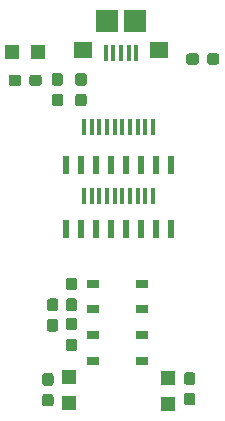
<source format=gbr>
G04 #@! TF.GenerationSoftware,KiCad,Pcbnew,(5.0.0)*
G04 #@! TF.CreationDate,2020-05-05T15:14:54+01:00*
G04 #@! TF.ProjectId,CH552-USB-Devboard,43483535322D5553422D446576626F61,rev?*
G04 #@! TF.SameCoordinates,Original*
G04 #@! TF.FileFunction,Paste,Top*
G04 #@! TF.FilePolarity,Positive*
%FSLAX46Y46*%
G04 Gerber Fmt 4.6, Leading zero omitted, Abs format (unit mm)*
G04 Created by KiCad (PCBNEW (5.0.0)) date 05/05/20 15:14:54*
%MOMM*%
%LPD*%
G01*
G04 APERTURE LIST*
%ADD10R,1.050000X0.650000*%
%ADD11R,0.400000X1.350000*%
%ADD12R,1.600000X1.400000*%
%ADD13R,1.900000X1.900000*%
%ADD14C,0.100000*%
%ADD15C,0.950000*%
%ADD16R,0.600000X1.500000*%
%ADD17R,0.450000X1.450000*%
%ADD18R,1.200000X1.200000*%
G04 APERTURE END LIST*
D10*
G04 #@! TO.C,SW2*
X83050000Y-90050000D03*
X87200000Y-90050000D03*
X83050000Y-92200000D03*
X87200000Y-92200000D03*
G04 #@! TD*
G04 #@! TO.C,SW1*
X83000000Y-94400000D03*
X87150000Y-94400000D03*
X83000000Y-96550000D03*
X87150000Y-96550000D03*
G04 #@! TD*
D11*
G04 #@! TO.C,J3*
X85400000Y-70475000D03*
X84750000Y-70475000D03*
X84100000Y-70475000D03*
X86050000Y-70475000D03*
X86700000Y-70475000D03*
D12*
X88600000Y-70250000D03*
X82200000Y-70250000D03*
D13*
X86600000Y-67800000D03*
X84200000Y-67800000D03*
G04 #@! TD*
D14*
G04 #@! TO.C,C1*
G36*
X82260779Y-72201144D02*
X82283834Y-72204563D01*
X82306443Y-72210227D01*
X82328387Y-72218079D01*
X82349457Y-72228044D01*
X82369448Y-72240026D01*
X82388168Y-72253910D01*
X82405438Y-72269562D01*
X82421090Y-72286832D01*
X82434974Y-72305552D01*
X82446956Y-72325543D01*
X82456921Y-72346613D01*
X82464773Y-72368557D01*
X82470437Y-72391166D01*
X82473856Y-72414221D01*
X82475000Y-72437500D01*
X82475000Y-73012500D01*
X82473856Y-73035779D01*
X82470437Y-73058834D01*
X82464773Y-73081443D01*
X82456921Y-73103387D01*
X82446956Y-73124457D01*
X82434974Y-73144448D01*
X82421090Y-73163168D01*
X82405438Y-73180438D01*
X82388168Y-73196090D01*
X82369448Y-73209974D01*
X82349457Y-73221956D01*
X82328387Y-73231921D01*
X82306443Y-73239773D01*
X82283834Y-73245437D01*
X82260779Y-73248856D01*
X82237500Y-73250000D01*
X81762500Y-73250000D01*
X81739221Y-73248856D01*
X81716166Y-73245437D01*
X81693557Y-73239773D01*
X81671613Y-73231921D01*
X81650543Y-73221956D01*
X81630552Y-73209974D01*
X81611832Y-73196090D01*
X81594562Y-73180438D01*
X81578910Y-73163168D01*
X81565026Y-73144448D01*
X81553044Y-73124457D01*
X81543079Y-73103387D01*
X81535227Y-73081443D01*
X81529563Y-73058834D01*
X81526144Y-73035779D01*
X81525000Y-73012500D01*
X81525000Y-72437500D01*
X81526144Y-72414221D01*
X81529563Y-72391166D01*
X81535227Y-72368557D01*
X81543079Y-72346613D01*
X81553044Y-72325543D01*
X81565026Y-72305552D01*
X81578910Y-72286832D01*
X81594562Y-72269562D01*
X81611832Y-72253910D01*
X81630552Y-72240026D01*
X81650543Y-72228044D01*
X81671613Y-72218079D01*
X81693557Y-72210227D01*
X81716166Y-72204563D01*
X81739221Y-72201144D01*
X81762500Y-72200000D01*
X82237500Y-72200000D01*
X82260779Y-72201144D01*
X82260779Y-72201144D01*
G37*
D15*
X82000000Y-72725000D03*
D14*
G36*
X82260779Y-73951144D02*
X82283834Y-73954563D01*
X82306443Y-73960227D01*
X82328387Y-73968079D01*
X82349457Y-73978044D01*
X82369448Y-73990026D01*
X82388168Y-74003910D01*
X82405438Y-74019562D01*
X82421090Y-74036832D01*
X82434974Y-74055552D01*
X82446956Y-74075543D01*
X82456921Y-74096613D01*
X82464773Y-74118557D01*
X82470437Y-74141166D01*
X82473856Y-74164221D01*
X82475000Y-74187500D01*
X82475000Y-74762500D01*
X82473856Y-74785779D01*
X82470437Y-74808834D01*
X82464773Y-74831443D01*
X82456921Y-74853387D01*
X82446956Y-74874457D01*
X82434974Y-74894448D01*
X82421090Y-74913168D01*
X82405438Y-74930438D01*
X82388168Y-74946090D01*
X82369448Y-74959974D01*
X82349457Y-74971956D01*
X82328387Y-74981921D01*
X82306443Y-74989773D01*
X82283834Y-74995437D01*
X82260779Y-74998856D01*
X82237500Y-75000000D01*
X81762500Y-75000000D01*
X81739221Y-74998856D01*
X81716166Y-74995437D01*
X81693557Y-74989773D01*
X81671613Y-74981921D01*
X81650543Y-74971956D01*
X81630552Y-74959974D01*
X81611832Y-74946090D01*
X81594562Y-74930438D01*
X81578910Y-74913168D01*
X81565026Y-74894448D01*
X81553044Y-74874457D01*
X81543079Y-74853387D01*
X81535227Y-74831443D01*
X81529563Y-74808834D01*
X81526144Y-74785779D01*
X81525000Y-74762500D01*
X81525000Y-74187500D01*
X81526144Y-74164221D01*
X81529563Y-74141166D01*
X81535227Y-74118557D01*
X81543079Y-74096613D01*
X81553044Y-74075543D01*
X81565026Y-74055552D01*
X81578910Y-74036832D01*
X81594562Y-74019562D01*
X81611832Y-74003910D01*
X81630552Y-73990026D01*
X81650543Y-73978044D01*
X81671613Y-73968079D01*
X81693557Y-73960227D01*
X81716166Y-73954563D01*
X81739221Y-73951144D01*
X81762500Y-73950000D01*
X82237500Y-73950000D01*
X82260779Y-73951144D01*
X82260779Y-73951144D01*
G37*
D15*
X82000000Y-74475000D03*
G04 #@! TD*
D14*
G04 #@! TO.C,C2*
G36*
X80260779Y-73951144D02*
X80283834Y-73954563D01*
X80306443Y-73960227D01*
X80328387Y-73968079D01*
X80349457Y-73978044D01*
X80369448Y-73990026D01*
X80388168Y-74003910D01*
X80405438Y-74019562D01*
X80421090Y-74036832D01*
X80434974Y-74055552D01*
X80446956Y-74075543D01*
X80456921Y-74096613D01*
X80464773Y-74118557D01*
X80470437Y-74141166D01*
X80473856Y-74164221D01*
X80475000Y-74187500D01*
X80475000Y-74762500D01*
X80473856Y-74785779D01*
X80470437Y-74808834D01*
X80464773Y-74831443D01*
X80456921Y-74853387D01*
X80446956Y-74874457D01*
X80434974Y-74894448D01*
X80421090Y-74913168D01*
X80405438Y-74930438D01*
X80388168Y-74946090D01*
X80369448Y-74959974D01*
X80349457Y-74971956D01*
X80328387Y-74981921D01*
X80306443Y-74989773D01*
X80283834Y-74995437D01*
X80260779Y-74998856D01*
X80237500Y-75000000D01*
X79762500Y-75000000D01*
X79739221Y-74998856D01*
X79716166Y-74995437D01*
X79693557Y-74989773D01*
X79671613Y-74981921D01*
X79650543Y-74971956D01*
X79630552Y-74959974D01*
X79611832Y-74946090D01*
X79594562Y-74930438D01*
X79578910Y-74913168D01*
X79565026Y-74894448D01*
X79553044Y-74874457D01*
X79543079Y-74853387D01*
X79535227Y-74831443D01*
X79529563Y-74808834D01*
X79526144Y-74785779D01*
X79525000Y-74762500D01*
X79525000Y-74187500D01*
X79526144Y-74164221D01*
X79529563Y-74141166D01*
X79535227Y-74118557D01*
X79543079Y-74096613D01*
X79553044Y-74075543D01*
X79565026Y-74055552D01*
X79578910Y-74036832D01*
X79594562Y-74019562D01*
X79611832Y-74003910D01*
X79630552Y-73990026D01*
X79650543Y-73978044D01*
X79671613Y-73968079D01*
X79693557Y-73960227D01*
X79716166Y-73954563D01*
X79739221Y-73951144D01*
X79762500Y-73950000D01*
X80237500Y-73950000D01*
X80260779Y-73951144D01*
X80260779Y-73951144D01*
G37*
D15*
X80000000Y-74475000D03*
D14*
G36*
X80260779Y-72201144D02*
X80283834Y-72204563D01*
X80306443Y-72210227D01*
X80328387Y-72218079D01*
X80349457Y-72228044D01*
X80369448Y-72240026D01*
X80388168Y-72253910D01*
X80405438Y-72269562D01*
X80421090Y-72286832D01*
X80434974Y-72305552D01*
X80446956Y-72325543D01*
X80456921Y-72346613D01*
X80464773Y-72368557D01*
X80470437Y-72391166D01*
X80473856Y-72414221D01*
X80475000Y-72437500D01*
X80475000Y-73012500D01*
X80473856Y-73035779D01*
X80470437Y-73058834D01*
X80464773Y-73081443D01*
X80456921Y-73103387D01*
X80446956Y-73124457D01*
X80434974Y-73144448D01*
X80421090Y-73163168D01*
X80405438Y-73180438D01*
X80388168Y-73196090D01*
X80369448Y-73209974D01*
X80349457Y-73221956D01*
X80328387Y-73231921D01*
X80306443Y-73239773D01*
X80283834Y-73245437D01*
X80260779Y-73248856D01*
X80237500Y-73250000D01*
X79762500Y-73250000D01*
X79739221Y-73248856D01*
X79716166Y-73245437D01*
X79693557Y-73239773D01*
X79671613Y-73231921D01*
X79650543Y-73221956D01*
X79630552Y-73209974D01*
X79611832Y-73196090D01*
X79594562Y-73180438D01*
X79578910Y-73163168D01*
X79565026Y-73144448D01*
X79553044Y-73124457D01*
X79543079Y-73103387D01*
X79535227Y-73081443D01*
X79529563Y-73058834D01*
X79526144Y-73035779D01*
X79525000Y-73012500D01*
X79525000Y-72437500D01*
X79526144Y-72414221D01*
X79529563Y-72391166D01*
X79535227Y-72368557D01*
X79543079Y-72346613D01*
X79553044Y-72325543D01*
X79565026Y-72305552D01*
X79578910Y-72286832D01*
X79594562Y-72269562D01*
X79611832Y-72253910D01*
X79630552Y-72240026D01*
X79650543Y-72228044D01*
X79671613Y-72218079D01*
X79693557Y-72210227D01*
X79716166Y-72204563D01*
X79739221Y-72201144D01*
X79762500Y-72200000D01*
X80237500Y-72200000D01*
X80260779Y-72201144D01*
X80260779Y-72201144D01*
G37*
D15*
X80000000Y-72725000D03*
G04 #@! TD*
D14*
G04 #@! TO.C,C3*
G36*
X79860779Y-91276144D02*
X79883834Y-91279563D01*
X79906443Y-91285227D01*
X79928387Y-91293079D01*
X79949457Y-91303044D01*
X79969448Y-91315026D01*
X79988168Y-91328910D01*
X80005438Y-91344562D01*
X80021090Y-91361832D01*
X80034974Y-91380552D01*
X80046956Y-91400543D01*
X80056921Y-91421613D01*
X80064773Y-91443557D01*
X80070437Y-91466166D01*
X80073856Y-91489221D01*
X80075000Y-91512500D01*
X80075000Y-92087500D01*
X80073856Y-92110779D01*
X80070437Y-92133834D01*
X80064773Y-92156443D01*
X80056921Y-92178387D01*
X80046956Y-92199457D01*
X80034974Y-92219448D01*
X80021090Y-92238168D01*
X80005438Y-92255438D01*
X79988168Y-92271090D01*
X79969448Y-92284974D01*
X79949457Y-92296956D01*
X79928387Y-92306921D01*
X79906443Y-92314773D01*
X79883834Y-92320437D01*
X79860779Y-92323856D01*
X79837500Y-92325000D01*
X79362500Y-92325000D01*
X79339221Y-92323856D01*
X79316166Y-92320437D01*
X79293557Y-92314773D01*
X79271613Y-92306921D01*
X79250543Y-92296956D01*
X79230552Y-92284974D01*
X79211832Y-92271090D01*
X79194562Y-92255438D01*
X79178910Y-92238168D01*
X79165026Y-92219448D01*
X79153044Y-92199457D01*
X79143079Y-92178387D01*
X79135227Y-92156443D01*
X79129563Y-92133834D01*
X79126144Y-92110779D01*
X79125000Y-92087500D01*
X79125000Y-91512500D01*
X79126144Y-91489221D01*
X79129563Y-91466166D01*
X79135227Y-91443557D01*
X79143079Y-91421613D01*
X79153044Y-91400543D01*
X79165026Y-91380552D01*
X79178910Y-91361832D01*
X79194562Y-91344562D01*
X79211832Y-91328910D01*
X79230552Y-91315026D01*
X79250543Y-91303044D01*
X79271613Y-91293079D01*
X79293557Y-91285227D01*
X79316166Y-91279563D01*
X79339221Y-91276144D01*
X79362500Y-91275000D01*
X79837500Y-91275000D01*
X79860779Y-91276144D01*
X79860779Y-91276144D01*
G37*
D15*
X79600000Y-91800000D03*
D14*
G36*
X79860779Y-93026144D02*
X79883834Y-93029563D01*
X79906443Y-93035227D01*
X79928387Y-93043079D01*
X79949457Y-93053044D01*
X79969448Y-93065026D01*
X79988168Y-93078910D01*
X80005438Y-93094562D01*
X80021090Y-93111832D01*
X80034974Y-93130552D01*
X80046956Y-93150543D01*
X80056921Y-93171613D01*
X80064773Y-93193557D01*
X80070437Y-93216166D01*
X80073856Y-93239221D01*
X80075000Y-93262500D01*
X80075000Y-93837500D01*
X80073856Y-93860779D01*
X80070437Y-93883834D01*
X80064773Y-93906443D01*
X80056921Y-93928387D01*
X80046956Y-93949457D01*
X80034974Y-93969448D01*
X80021090Y-93988168D01*
X80005438Y-94005438D01*
X79988168Y-94021090D01*
X79969448Y-94034974D01*
X79949457Y-94046956D01*
X79928387Y-94056921D01*
X79906443Y-94064773D01*
X79883834Y-94070437D01*
X79860779Y-94073856D01*
X79837500Y-94075000D01*
X79362500Y-94075000D01*
X79339221Y-94073856D01*
X79316166Y-94070437D01*
X79293557Y-94064773D01*
X79271613Y-94056921D01*
X79250543Y-94046956D01*
X79230552Y-94034974D01*
X79211832Y-94021090D01*
X79194562Y-94005438D01*
X79178910Y-93988168D01*
X79165026Y-93969448D01*
X79153044Y-93949457D01*
X79143079Y-93928387D01*
X79135227Y-93906443D01*
X79129563Y-93883834D01*
X79126144Y-93860779D01*
X79125000Y-93837500D01*
X79125000Y-93262500D01*
X79126144Y-93239221D01*
X79129563Y-93216166D01*
X79135227Y-93193557D01*
X79143079Y-93171613D01*
X79153044Y-93150543D01*
X79165026Y-93130552D01*
X79178910Y-93111832D01*
X79194562Y-93094562D01*
X79211832Y-93078910D01*
X79230552Y-93065026D01*
X79250543Y-93053044D01*
X79271613Y-93043079D01*
X79293557Y-93035227D01*
X79316166Y-93029563D01*
X79339221Y-93026144D01*
X79362500Y-93025000D01*
X79837500Y-93025000D01*
X79860779Y-93026144D01*
X79860779Y-93026144D01*
G37*
D15*
X79600000Y-93550000D03*
G04 #@! TD*
D14*
G04 #@! TO.C,C4*
G36*
X91760779Y-70526144D02*
X91783834Y-70529563D01*
X91806443Y-70535227D01*
X91828387Y-70543079D01*
X91849457Y-70553044D01*
X91869448Y-70565026D01*
X91888168Y-70578910D01*
X91905438Y-70594562D01*
X91921090Y-70611832D01*
X91934974Y-70630552D01*
X91946956Y-70650543D01*
X91956921Y-70671613D01*
X91964773Y-70693557D01*
X91970437Y-70716166D01*
X91973856Y-70739221D01*
X91975000Y-70762500D01*
X91975000Y-71237500D01*
X91973856Y-71260779D01*
X91970437Y-71283834D01*
X91964773Y-71306443D01*
X91956921Y-71328387D01*
X91946956Y-71349457D01*
X91934974Y-71369448D01*
X91921090Y-71388168D01*
X91905438Y-71405438D01*
X91888168Y-71421090D01*
X91869448Y-71434974D01*
X91849457Y-71446956D01*
X91828387Y-71456921D01*
X91806443Y-71464773D01*
X91783834Y-71470437D01*
X91760779Y-71473856D01*
X91737500Y-71475000D01*
X91162500Y-71475000D01*
X91139221Y-71473856D01*
X91116166Y-71470437D01*
X91093557Y-71464773D01*
X91071613Y-71456921D01*
X91050543Y-71446956D01*
X91030552Y-71434974D01*
X91011832Y-71421090D01*
X90994562Y-71405438D01*
X90978910Y-71388168D01*
X90965026Y-71369448D01*
X90953044Y-71349457D01*
X90943079Y-71328387D01*
X90935227Y-71306443D01*
X90929563Y-71283834D01*
X90926144Y-71260779D01*
X90925000Y-71237500D01*
X90925000Y-70762500D01*
X90926144Y-70739221D01*
X90929563Y-70716166D01*
X90935227Y-70693557D01*
X90943079Y-70671613D01*
X90953044Y-70650543D01*
X90965026Y-70630552D01*
X90978910Y-70611832D01*
X90994562Y-70594562D01*
X91011832Y-70578910D01*
X91030552Y-70565026D01*
X91050543Y-70553044D01*
X91071613Y-70543079D01*
X91093557Y-70535227D01*
X91116166Y-70529563D01*
X91139221Y-70526144D01*
X91162500Y-70525000D01*
X91737500Y-70525000D01*
X91760779Y-70526144D01*
X91760779Y-70526144D01*
G37*
D15*
X91450000Y-71000000D03*
D14*
G36*
X93510779Y-70526144D02*
X93533834Y-70529563D01*
X93556443Y-70535227D01*
X93578387Y-70543079D01*
X93599457Y-70553044D01*
X93619448Y-70565026D01*
X93638168Y-70578910D01*
X93655438Y-70594562D01*
X93671090Y-70611832D01*
X93684974Y-70630552D01*
X93696956Y-70650543D01*
X93706921Y-70671613D01*
X93714773Y-70693557D01*
X93720437Y-70716166D01*
X93723856Y-70739221D01*
X93725000Y-70762500D01*
X93725000Y-71237500D01*
X93723856Y-71260779D01*
X93720437Y-71283834D01*
X93714773Y-71306443D01*
X93706921Y-71328387D01*
X93696956Y-71349457D01*
X93684974Y-71369448D01*
X93671090Y-71388168D01*
X93655438Y-71405438D01*
X93638168Y-71421090D01*
X93619448Y-71434974D01*
X93599457Y-71446956D01*
X93578387Y-71456921D01*
X93556443Y-71464773D01*
X93533834Y-71470437D01*
X93510779Y-71473856D01*
X93487500Y-71475000D01*
X92912500Y-71475000D01*
X92889221Y-71473856D01*
X92866166Y-71470437D01*
X92843557Y-71464773D01*
X92821613Y-71456921D01*
X92800543Y-71446956D01*
X92780552Y-71434974D01*
X92761832Y-71421090D01*
X92744562Y-71405438D01*
X92728910Y-71388168D01*
X92715026Y-71369448D01*
X92703044Y-71349457D01*
X92693079Y-71328387D01*
X92685227Y-71306443D01*
X92679563Y-71283834D01*
X92676144Y-71260779D01*
X92675000Y-71237500D01*
X92675000Y-70762500D01*
X92676144Y-70739221D01*
X92679563Y-70716166D01*
X92685227Y-70693557D01*
X92693079Y-70671613D01*
X92703044Y-70650543D01*
X92715026Y-70630552D01*
X92728910Y-70611832D01*
X92744562Y-70594562D01*
X92761832Y-70578910D01*
X92780552Y-70565026D01*
X92800543Y-70553044D01*
X92821613Y-70543079D01*
X92843557Y-70535227D01*
X92866166Y-70529563D01*
X92889221Y-70526144D01*
X92912500Y-70525000D01*
X93487500Y-70525000D01*
X93510779Y-70526144D01*
X93510779Y-70526144D01*
G37*
D15*
X93200000Y-71000000D03*
G04 #@! TD*
D16*
G04 #@! TO.C,U2*
X80734192Y-79980020D03*
X82004192Y-79980020D03*
X83274192Y-79980020D03*
X84544192Y-79980020D03*
X85814192Y-79980020D03*
X87084192Y-79980020D03*
X88354192Y-79980020D03*
X89624192Y-79980020D03*
X89624192Y-85380020D03*
X88354192Y-85380020D03*
X87084192Y-85380020D03*
X85814192Y-85380020D03*
X84544192Y-85380020D03*
X83274192Y-85380020D03*
X82004192Y-85380020D03*
X80734192Y-85380020D03*
G04 #@! TD*
D17*
G04 #@! TO.C,U1*
X82254192Y-76730020D03*
X82904192Y-76730020D03*
X83554192Y-76730020D03*
X84204192Y-76730020D03*
X84854192Y-76730020D03*
X85504192Y-76730020D03*
X86154192Y-76730020D03*
X86804192Y-76730020D03*
X87454192Y-76730020D03*
X88104192Y-76730020D03*
X88104192Y-82630020D03*
X87454192Y-82630020D03*
X86804192Y-82630020D03*
X86154192Y-82630020D03*
X85504192Y-82630020D03*
X84854192Y-82630020D03*
X84204192Y-82630020D03*
X83554192Y-82630020D03*
X82904192Y-82630020D03*
X82254192Y-82630020D03*
G04 #@! TD*
D18*
G04 #@! TO.C,D3*
X78400000Y-70400000D03*
X76200000Y-70400000D03*
G04 #@! TD*
G04 #@! TO.C,D2*
X89400000Y-98000000D03*
X89400000Y-100200000D03*
G04 #@! TD*
G04 #@! TO.C,D1*
X81000000Y-100100000D03*
X81000000Y-97900000D03*
G04 #@! TD*
D14*
G04 #@! TO.C,R4*
G36*
X91460779Y-99276144D02*
X91483834Y-99279563D01*
X91506443Y-99285227D01*
X91528387Y-99293079D01*
X91549457Y-99303044D01*
X91569448Y-99315026D01*
X91588168Y-99328910D01*
X91605438Y-99344562D01*
X91621090Y-99361832D01*
X91634974Y-99380552D01*
X91646956Y-99400543D01*
X91656921Y-99421613D01*
X91664773Y-99443557D01*
X91670437Y-99466166D01*
X91673856Y-99489221D01*
X91675000Y-99512500D01*
X91675000Y-100087500D01*
X91673856Y-100110779D01*
X91670437Y-100133834D01*
X91664773Y-100156443D01*
X91656921Y-100178387D01*
X91646956Y-100199457D01*
X91634974Y-100219448D01*
X91621090Y-100238168D01*
X91605438Y-100255438D01*
X91588168Y-100271090D01*
X91569448Y-100284974D01*
X91549457Y-100296956D01*
X91528387Y-100306921D01*
X91506443Y-100314773D01*
X91483834Y-100320437D01*
X91460779Y-100323856D01*
X91437500Y-100325000D01*
X90962500Y-100325000D01*
X90939221Y-100323856D01*
X90916166Y-100320437D01*
X90893557Y-100314773D01*
X90871613Y-100306921D01*
X90850543Y-100296956D01*
X90830552Y-100284974D01*
X90811832Y-100271090D01*
X90794562Y-100255438D01*
X90778910Y-100238168D01*
X90765026Y-100219448D01*
X90753044Y-100199457D01*
X90743079Y-100178387D01*
X90735227Y-100156443D01*
X90729563Y-100133834D01*
X90726144Y-100110779D01*
X90725000Y-100087500D01*
X90725000Y-99512500D01*
X90726144Y-99489221D01*
X90729563Y-99466166D01*
X90735227Y-99443557D01*
X90743079Y-99421613D01*
X90753044Y-99400543D01*
X90765026Y-99380552D01*
X90778910Y-99361832D01*
X90794562Y-99344562D01*
X90811832Y-99328910D01*
X90830552Y-99315026D01*
X90850543Y-99303044D01*
X90871613Y-99293079D01*
X90893557Y-99285227D01*
X90916166Y-99279563D01*
X90939221Y-99276144D01*
X90962500Y-99275000D01*
X91437500Y-99275000D01*
X91460779Y-99276144D01*
X91460779Y-99276144D01*
G37*
D15*
X91200000Y-99800000D03*
D14*
G36*
X91460779Y-97526144D02*
X91483834Y-97529563D01*
X91506443Y-97535227D01*
X91528387Y-97543079D01*
X91549457Y-97553044D01*
X91569448Y-97565026D01*
X91588168Y-97578910D01*
X91605438Y-97594562D01*
X91621090Y-97611832D01*
X91634974Y-97630552D01*
X91646956Y-97650543D01*
X91656921Y-97671613D01*
X91664773Y-97693557D01*
X91670437Y-97716166D01*
X91673856Y-97739221D01*
X91675000Y-97762500D01*
X91675000Y-98337500D01*
X91673856Y-98360779D01*
X91670437Y-98383834D01*
X91664773Y-98406443D01*
X91656921Y-98428387D01*
X91646956Y-98449457D01*
X91634974Y-98469448D01*
X91621090Y-98488168D01*
X91605438Y-98505438D01*
X91588168Y-98521090D01*
X91569448Y-98534974D01*
X91549457Y-98546956D01*
X91528387Y-98556921D01*
X91506443Y-98564773D01*
X91483834Y-98570437D01*
X91460779Y-98573856D01*
X91437500Y-98575000D01*
X90962500Y-98575000D01*
X90939221Y-98573856D01*
X90916166Y-98570437D01*
X90893557Y-98564773D01*
X90871613Y-98556921D01*
X90850543Y-98546956D01*
X90830552Y-98534974D01*
X90811832Y-98521090D01*
X90794562Y-98505438D01*
X90778910Y-98488168D01*
X90765026Y-98469448D01*
X90753044Y-98449457D01*
X90743079Y-98428387D01*
X90735227Y-98406443D01*
X90729563Y-98383834D01*
X90726144Y-98360779D01*
X90725000Y-98337500D01*
X90725000Y-97762500D01*
X90726144Y-97739221D01*
X90729563Y-97716166D01*
X90735227Y-97693557D01*
X90743079Y-97671613D01*
X90753044Y-97650543D01*
X90765026Y-97630552D01*
X90778910Y-97611832D01*
X90794562Y-97594562D01*
X90811832Y-97578910D01*
X90830552Y-97565026D01*
X90850543Y-97553044D01*
X90871613Y-97543079D01*
X90893557Y-97535227D01*
X90916166Y-97529563D01*
X90939221Y-97526144D01*
X90962500Y-97525000D01*
X91437500Y-97525000D01*
X91460779Y-97526144D01*
X91460779Y-97526144D01*
G37*
D15*
X91200000Y-98050000D03*
G04 #@! TD*
D14*
G04 #@! TO.C,R5*
G36*
X78460779Y-72326144D02*
X78483834Y-72329563D01*
X78506443Y-72335227D01*
X78528387Y-72343079D01*
X78549457Y-72353044D01*
X78569448Y-72365026D01*
X78588168Y-72378910D01*
X78605438Y-72394562D01*
X78621090Y-72411832D01*
X78634974Y-72430552D01*
X78646956Y-72450543D01*
X78656921Y-72471613D01*
X78664773Y-72493557D01*
X78670437Y-72516166D01*
X78673856Y-72539221D01*
X78675000Y-72562500D01*
X78675000Y-73037500D01*
X78673856Y-73060779D01*
X78670437Y-73083834D01*
X78664773Y-73106443D01*
X78656921Y-73128387D01*
X78646956Y-73149457D01*
X78634974Y-73169448D01*
X78621090Y-73188168D01*
X78605438Y-73205438D01*
X78588168Y-73221090D01*
X78569448Y-73234974D01*
X78549457Y-73246956D01*
X78528387Y-73256921D01*
X78506443Y-73264773D01*
X78483834Y-73270437D01*
X78460779Y-73273856D01*
X78437500Y-73275000D01*
X77862500Y-73275000D01*
X77839221Y-73273856D01*
X77816166Y-73270437D01*
X77793557Y-73264773D01*
X77771613Y-73256921D01*
X77750543Y-73246956D01*
X77730552Y-73234974D01*
X77711832Y-73221090D01*
X77694562Y-73205438D01*
X77678910Y-73188168D01*
X77665026Y-73169448D01*
X77653044Y-73149457D01*
X77643079Y-73128387D01*
X77635227Y-73106443D01*
X77629563Y-73083834D01*
X77626144Y-73060779D01*
X77625000Y-73037500D01*
X77625000Y-72562500D01*
X77626144Y-72539221D01*
X77629563Y-72516166D01*
X77635227Y-72493557D01*
X77643079Y-72471613D01*
X77653044Y-72450543D01*
X77665026Y-72430552D01*
X77678910Y-72411832D01*
X77694562Y-72394562D01*
X77711832Y-72378910D01*
X77730552Y-72365026D01*
X77750543Y-72353044D01*
X77771613Y-72343079D01*
X77793557Y-72335227D01*
X77816166Y-72329563D01*
X77839221Y-72326144D01*
X77862500Y-72325000D01*
X78437500Y-72325000D01*
X78460779Y-72326144D01*
X78460779Y-72326144D01*
G37*
D15*
X78150000Y-72800000D03*
D14*
G36*
X76710779Y-72326144D02*
X76733834Y-72329563D01*
X76756443Y-72335227D01*
X76778387Y-72343079D01*
X76799457Y-72353044D01*
X76819448Y-72365026D01*
X76838168Y-72378910D01*
X76855438Y-72394562D01*
X76871090Y-72411832D01*
X76884974Y-72430552D01*
X76896956Y-72450543D01*
X76906921Y-72471613D01*
X76914773Y-72493557D01*
X76920437Y-72516166D01*
X76923856Y-72539221D01*
X76925000Y-72562500D01*
X76925000Y-73037500D01*
X76923856Y-73060779D01*
X76920437Y-73083834D01*
X76914773Y-73106443D01*
X76906921Y-73128387D01*
X76896956Y-73149457D01*
X76884974Y-73169448D01*
X76871090Y-73188168D01*
X76855438Y-73205438D01*
X76838168Y-73221090D01*
X76819448Y-73234974D01*
X76799457Y-73246956D01*
X76778387Y-73256921D01*
X76756443Y-73264773D01*
X76733834Y-73270437D01*
X76710779Y-73273856D01*
X76687500Y-73275000D01*
X76112500Y-73275000D01*
X76089221Y-73273856D01*
X76066166Y-73270437D01*
X76043557Y-73264773D01*
X76021613Y-73256921D01*
X76000543Y-73246956D01*
X75980552Y-73234974D01*
X75961832Y-73221090D01*
X75944562Y-73205438D01*
X75928910Y-73188168D01*
X75915026Y-73169448D01*
X75903044Y-73149457D01*
X75893079Y-73128387D01*
X75885227Y-73106443D01*
X75879563Y-73083834D01*
X75876144Y-73060779D01*
X75875000Y-73037500D01*
X75875000Y-72562500D01*
X75876144Y-72539221D01*
X75879563Y-72516166D01*
X75885227Y-72493557D01*
X75893079Y-72471613D01*
X75903044Y-72450543D01*
X75915026Y-72430552D01*
X75928910Y-72411832D01*
X75944562Y-72394562D01*
X75961832Y-72378910D01*
X75980552Y-72365026D01*
X76000543Y-72353044D01*
X76021613Y-72343079D01*
X76043557Y-72335227D01*
X76066166Y-72329563D01*
X76089221Y-72326144D01*
X76112500Y-72325000D01*
X76687500Y-72325000D01*
X76710779Y-72326144D01*
X76710779Y-72326144D01*
G37*
D15*
X76400000Y-72800000D03*
G04 #@! TD*
D14*
G04 #@! TO.C,R1*
G36*
X81460779Y-94676144D02*
X81483834Y-94679563D01*
X81506443Y-94685227D01*
X81528387Y-94693079D01*
X81549457Y-94703044D01*
X81569448Y-94715026D01*
X81588168Y-94728910D01*
X81605438Y-94744562D01*
X81621090Y-94761832D01*
X81634974Y-94780552D01*
X81646956Y-94800543D01*
X81656921Y-94821613D01*
X81664773Y-94843557D01*
X81670437Y-94866166D01*
X81673856Y-94889221D01*
X81675000Y-94912500D01*
X81675000Y-95487500D01*
X81673856Y-95510779D01*
X81670437Y-95533834D01*
X81664773Y-95556443D01*
X81656921Y-95578387D01*
X81646956Y-95599457D01*
X81634974Y-95619448D01*
X81621090Y-95638168D01*
X81605438Y-95655438D01*
X81588168Y-95671090D01*
X81569448Y-95684974D01*
X81549457Y-95696956D01*
X81528387Y-95706921D01*
X81506443Y-95714773D01*
X81483834Y-95720437D01*
X81460779Y-95723856D01*
X81437500Y-95725000D01*
X80962500Y-95725000D01*
X80939221Y-95723856D01*
X80916166Y-95720437D01*
X80893557Y-95714773D01*
X80871613Y-95706921D01*
X80850543Y-95696956D01*
X80830552Y-95684974D01*
X80811832Y-95671090D01*
X80794562Y-95655438D01*
X80778910Y-95638168D01*
X80765026Y-95619448D01*
X80753044Y-95599457D01*
X80743079Y-95578387D01*
X80735227Y-95556443D01*
X80729563Y-95533834D01*
X80726144Y-95510779D01*
X80725000Y-95487500D01*
X80725000Y-94912500D01*
X80726144Y-94889221D01*
X80729563Y-94866166D01*
X80735227Y-94843557D01*
X80743079Y-94821613D01*
X80753044Y-94800543D01*
X80765026Y-94780552D01*
X80778910Y-94761832D01*
X80794562Y-94744562D01*
X80811832Y-94728910D01*
X80830552Y-94715026D01*
X80850543Y-94703044D01*
X80871613Y-94693079D01*
X80893557Y-94685227D01*
X80916166Y-94679563D01*
X80939221Y-94676144D01*
X80962500Y-94675000D01*
X81437500Y-94675000D01*
X81460779Y-94676144D01*
X81460779Y-94676144D01*
G37*
D15*
X81200000Y-95200000D03*
D14*
G36*
X81460779Y-92926144D02*
X81483834Y-92929563D01*
X81506443Y-92935227D01*
X81528387Y-92943079D01*
X81549457Y-92953044D01*
X81569448Y-92965026D01*
X81588168Y-92978910D01*
X81605438Y-92994562D01*
X81621090Y-93011832D01*
X81634974Y-93030552D01*
X81646956Y-93050543D01*
X81656921Y-93071613D01*
X81664773Y-93093557D01*
X81670437Y-93116166D01*
X81673856Y-93139221D01*
X81675000Y-93162500D01*
X81675000Y-93737500D01*
X81673856Y-93760779D01*
X81670437Y-93783834D01*
X81664773Y-93806443D01*
X81656921Y-93828387D01*
X81646956Y-93849457D01*
X81634974Y-93869448D01*
X81621090Y-93888168D01*
X81605438Y-93905438D01*
X81588168Y-93921090D01*
X81569448Y-93934974D01*
X81549457Y-93946956D01*
X81528387Y-93956921D01*
X81506443Y-93964773D01*
X81483834Y-93970437D01*
X81460779Y-93973856D01*
X81437500Y-93975000D01*
X80962500Y-93975000D01*
X80939221Y-93973856D01*
X80916166Y-93970437D01*
X80893557Y-93964773D01*
X80871613Y-93956921D01*
X80850543Y-93946956D01*
X80830552Y-93934974D01*
X80811832Y-93921090D01*
X80794562Y-93905438D01*
X80778910Y-93888168D01*
X80765026Y-93869448D01*
X80753044Y-93849457D01*
X80743079Y-93828387D01*
X80735227Y-93806443D01*
X80729563Y-93783834D01*
X80726144Y-93760779D01*
X80725000Y-93737500D01*
X80725000Y-93162500D01*
X80726144Y-93139221D01*
X80729563Y-93116166D01*
X80735227Y-93093557D01*
X80743079Y-93071613D01*
X80753044Y-93050543D01*
X80765026Y-93030552D01*
X80778910Y-93011832D01*
X80794562Y-92994562D01*
X80811832Y-92978910D01*
X80830552Y-92965026D01*
X80850543Y-92953044D01*
X80871613Y-92943079D01*
X80893557Y-92935227D01*
X80916166Y-92929563D01*
X80939221Y-92926144D01*
X80962500Y-92925000D01*
X81437500Y-92925000D01*
X81460779Y-92926144D01*
X81460779Y-92926144D01*
G37*
D15*
X81200000Y-93450000D03*
G04 #@! TD*
D14*
G04 #@! TO.C,R2*
G36*
X81460779Y-91276144D02*
X81483834Y-91279563D01*
X81506443Y-91285227D01*
X81528387Y-91293079D01*
X81549457Y-91303044D01*
X81569448Y-91315026D01*
X81588168Y-91328910D01*
X81605438Y-91344562D01*
X81621090Y-91361832D01*
X81634974Y-91380552D01*
X81646956Y-91400543D01*
X81656921Y-91421613D01*
X81664773Y-91443557D01*
X81670437Y-91466166D01*
X81673856Y-91489221D01*
X81675000Y-91512500D01*
X81675000Y-92087500D01*
X81673856Y-92110779D01*
X81670437Y-92133834D01*
X81664773Y-92156443D01*
X81656921Y-92178387D01*
X81646956Y-92199457D01*
X81634974Y-92219448D01*
X81621090Y-92238168D01*
X81605438Y-92255438D01*
X81588168Y-92271090D01*
X81569448Y-92284974D01*
X81549457Y-92296956D01*
X81528387Y-92306921D01*
X81506443Y-92314773D01*
X81483834Y-92320437D01*
X81460779Y-92323856D01*
X81437500Y-92325000D01*
X80962500Y-92325000D01*
X80939221Y-92323856D01*
X80916166Y-92320437D01*
X80893557Y-92314773D01*
X80871613Y-92306921D01*
X80850543Y-92296956D01*
X80830552Y-92284974D01*
X80811832Y-92271090D01*
X80794562Y-92255438D01*
X80778910Y-92238168D01*
X80765026Y-92219448D01*
X80753044Y-92199457D01*
X80743079Y-92178387D01*
X80735227Y-92156443D01*
X80729563Y-92133834D01*
X80726144Y-92110779D01*
X80725000Y-92087500D01*
X80725000Y-91512500D01*
X80726144Y-91489221D01*
X80729563Y-91466166D01*
X80735227Y-91443557D01*
X80743079Y-91421613D01*
X80753044Y-91400543D01*
X80765026Y-91380552D01*
X80778910Y-91361832D01*
X80794562Y-91344562D01*
X80811832Y-91328910D01*
X80830552Y-91315026D01*
X80850543Y-91303044D01*
X80871613Y-91293079D01*
X80893557Y-91285227D01*
X80916166Y-91279563D01*
X80939221Y-91276144D01*
X80962500Y-91275000D01*
X81437500Y-91275000D01*
X81460779Y-91276144D01*
X81460779Y-91276144D01*
G37*
D15*
X81200000Y-91800000D03*
D14*
G36*
X81460779Y-89526144D02*
X81483834Y-89529563D01*
X81506443Y-89535227D01*
X81528387Y-89543079D01*
X81549457Y-89553044D01*
X81569448Y-89565026D01*
X81588168Y-89578910D01*
X81605438Y-89594562D01*
X81621090Y-89611832D01*
X81634974Y-89630552D01*
X81646956Y-89650543D01*
X81656921Y-89671613D01*
X81664773Y-89693557D01*
X81670437Y-89716166D01*
X81673856Y-89739221D01*
X81675000Y-89762500D01*
X81675000Y-90337500D01*
X81673856Y-90360779D01*
X81670437Y-90383834D01*
X81664773Y-90406443D01*
X81656921Y-90428387D01*
X81646956Y-90449457D01*
X81634974Y-90469448D01*
X81621090Y-90488168D01*
X81605438Y-90505438D01*
X81588168Y-90521090D01*
X81569448Y-90534974D01*
X81549457Y-90546956D01*
X81528387Y-90556921D01*
X81506443Y-90564773D01*
X81483834Y-90570437D01*
X81460779Y-90573856D01*
X81437500Y-90575000D01*
X80962500Y-90575000D01*
X80939221Y-90573856D01*
X80916166Y-90570437D01*
X80893557Y-90564773D01*
X80871613Y-90556921D01*
X80850543Y-90546956D01*
X80830552Y-90534974D01*
X80811832Y-90521090D01*
X80794562Y-90505438D01*
X80778910Y-90488168D01*
X80765026Y-90469448D01*
X80753044Y-90449457D01*
X80743079Y-90428387D01*
X80735227Y-90406443D01*
X80729563Y-90383834D01*
X80726144Y-90360779D01*
X80725000Y-90337500D01*
X80725000Y-89762500D01*
X80726144Y-89739221D01*
X80729563Y-89716166D01*
X80735227Y-89693557D01*
X80743079Y-89671613D01*
X80753044Y-89650543D01*
X80765026Y-89630552D01*
X80778910Y-89611832D01*
X80794562Y-89594562D01*
X80811832Y-89578910D01*
X80830552Y-89565026D01*
X80850543Y-89553044D01*
X80871613Y-89543079D01*
X80893557Y-89535227D01*
X80916166Y-89529563D01*
X80939221Y-89526144D01*
X80962500Y-89525000D01*
X81437500Y-89525000D01*
X81460779Y-89526144D01*
X81460779Y-89526144D01*
G37*
D15*
X81200000Y-90050000D03*
G04 #@! TD*
D14*
G04 #@! TO.C,R3*
G36*
X79460779Y-99351144D02*
X79483834Y-99354563D01*
X79506443Y-99360227D01*
X79528387Y-99368079D01*
X79549457Y-99378044D01*
X79569448Y-99390026D01*
X79588168Y-99403910D01*
X79605438Y-99419562D01*
X79621090Y-99436832D01*
X79634974Y-99455552D01*
X79646956Y-99475543D01*
X79656921Y-99496613D01*
X79664773Y-99518557D01*
X79670437Y-99541166D01*
X79673856Y-99564221D01*
X79675000Y-99587500D01*
X79675000Y-100162500D01*
X79673856Y-100185779D01*
X79670437Y-100208834D01*
X79664773Y-100231443D01*
X79656921Y-100253387D01*
X79646956Y-100274457D01*
X79634974Y-100294448D01*
X79621090Y-100313168D01*
X79605438Y-100330438D01*
X79588168Y-100346090D01*
X79569448Y-100359974D01*
X79549457Y-100371956D01*
X79528387Y-100381921D01*
X79506443Y-100389773D01*
X79483834Y-100395437D01*
X79460779Y-100398856D01*
X79437500Y-100400000D01*
X78962500Y-100400000D01*
X78939221Y-100398856D01*
X78916166Y-100395437D01*
X78893557Y-100389773D01*
X78871613Y-100381921D01*
X78850543Y-100371956D01*
X78830552Y-100359974D01*
X78811832Y-100346090D01*
X78794562Y-100330438D01*
X78778910Y-100313168D01*
X78765026Y-100294448D01*
X78753044Y-100274457D01*
X78743079Y-100253387D01*
X78735227Y-100231443D01*
X78729563Y-100208834D01*
X78726144Y-100185779D01*
X78725000Y-100162500D01*
X78725000Y-99587500D01*
X78726144Y-99564221D01*
X78729563Y-99541166D01*
X78735227Y-99518557D01*
X78743079Y-99496613D01*
X78753044Y-99475543D01*
X78765026Y-99455552D01*
X78778910Y-99436832D01*
X78794562Y-99419562D01*
X78811832Y-99403910D01*
X78830552Y-99390026D01*
X78850543Y-99378044D01*
X78871613Y-99368079D01*
X78893557Y-99360227D01*
X78916166Y-99354563D01*
X78939221Y-99351144D01*
X78962500Y-99350000D01*
X79437500Y-99350000D01*
X79460779Y-99351144D01*
X79460779Y-99351144D01*
G37*
D15*
X79200000Y-99875000D03*
D14*
G36*
X79460779Y-97601144D02*
X79483834Y-97604563D01*
X79506443Y-97610227D01*
X79528387Y-97618079D01*
X79549457Y-97628044D01*
X79569448Y-97640026D01*
X79588168Y-97653910D01*
X79605438Y-97669562D01*
X79621090Y-97686832D01*
X79634974Y-97705552D01*
X79646956Y-97725543D01*
X79656921Y-97746613D01*
X79664773Y-97768557D01*
X79670437Y-97791166D01*
X79673856Y-97814221D01*
X79675000Y-97837500D01*
X79675000Y-98412500D01*
X79673856Y-98435779D01*
X79670437Y-98458834D01*
X79664773Y-98481443D01*
X79656921Y-98503387D01*
X79646956Y-98524457D01*
X79634974Y-98544448D01*
X79621090Y-98563168D01*
X79605438Y-98580438D01*
X79588168Y-98596090D01*
X79569448Y-98609974D01*
X79549457Y-98621956D01*
X79528387Y-98631921D01*
X79506443Y-98639773D01*
X79483834Y-98645437D01*
X79460779Y-98648856D01*
X79437500Y-98650000D01*
X78962500Y-98650000D01*
X78939221Y-98648856D01*
X78916166Y-98645437D01*
X78893557Y-98639773D01*
X78871613Y-98631921D01*
X78850543Y-98621956D01*
X78830552Y-98609974D01*
X78811832Y-98596090D01*
X78794562Y-98580438D01*
X78778910Y-98563168D01*
X78765026Y-98544448D01*
X78753044Y-98524457D01*
X78743079Y-98503387D01*
X78735227Y-98481443D01*
X78729563Y-98458834D01*
X78726144Y-98435779D01*
X78725000Y-98412500D01*
X78725000Y-97837500D01*
X78726144Y-97814221D01*
X78729563Y-97791166D01*
X78735227Y-97768557D01*
X78743079Y-97746613D01*
X78753044Y-97725543D01*
X78765026Y-97705552D01*
X78778910Y-97686832D01*
X78794562Y-97669562D01*
X78811832Y-97653910D01*
X78830552Y-97640026D01*
X78850543Y-97628044D01*
X78871613Y-97618079D01*
X78893557Y-97610227D01*
X78916166Y-97604563D01*
X78939221Y-97601144D01*
X78962500Y-97600000D01*
X79437500Y-97600000D01*
X79460779Y-97601144D01*
X79460779Y-97601144D01*
G37*
D15*
X79200000Y-98125000D03*
G04 #@! TD*
M02*

</source>
